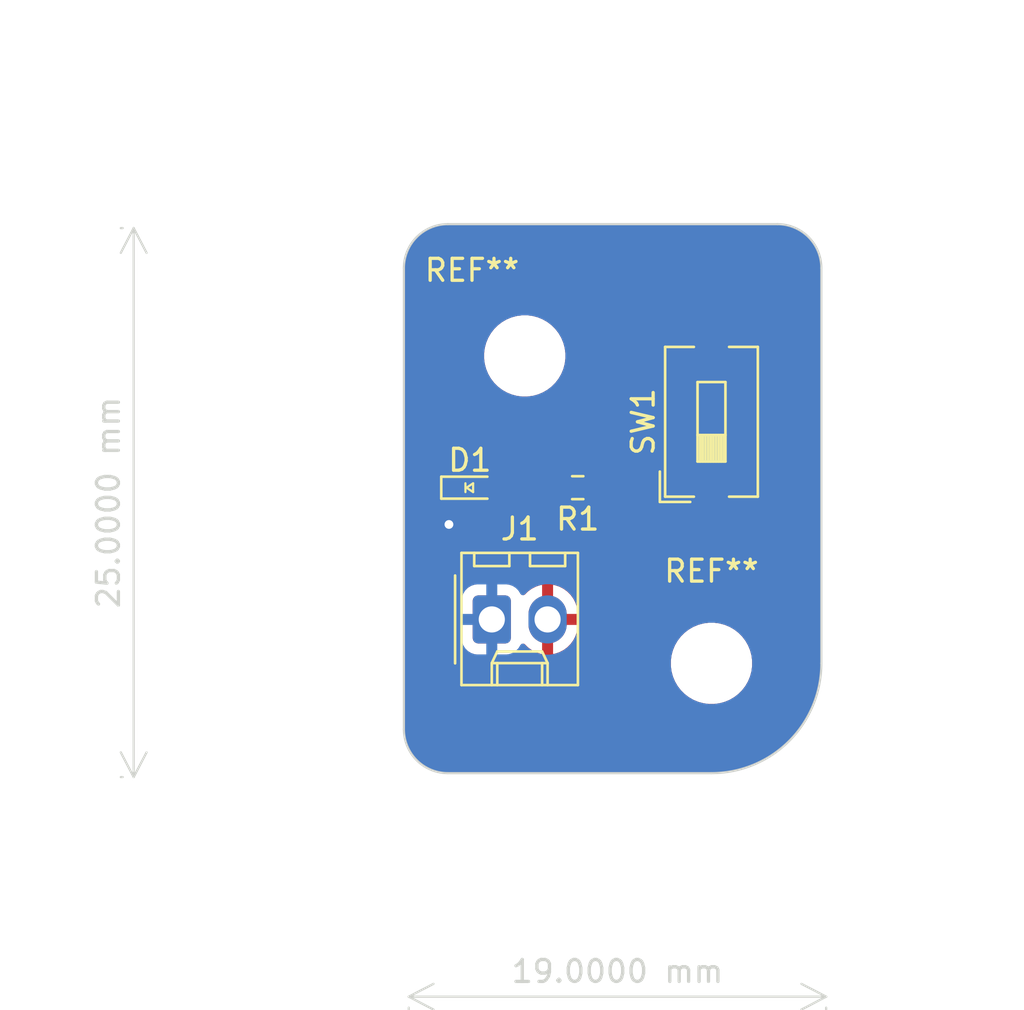
<source format=kicad_pcb>
(kicad_pcb (version 20240108) (generator "pcbnew") (generator_version "8.0")
  (title_block (title "Onboarding 1") (rev "1.0") (company "Illini Solar Car") (comment 1 "Ryan Yang"))
  (layers (0 "F.Cu" signal) (31 "B.Cu" signal) (34 "B.Paste" user) (35 "F.Paste" user) (36 "B.SilkS" user "B.Silkscreen") (37 "F.SilkS" user "F.Silkscreen") (38 "B.Mask" user) (39 "F.Mask" user) (44 "Edge.Cuts" user))
  (net 0 "")
  (net 1 "GND")
  (net 2 "Net-(D1-A)")
  (net 3 "Net-(R1-Pad1)")
  (net 4 "+3V3")
  (footprint "Button_Switch_SMD:SW_DIP_SPSTx01_Slide_6.7x4.1mm_W8.61mm_P2.54mm_LowProfile" (layer "F.Cu") (at 65 68 90)
    (property "Reference" "SW1" (at 0 -3.11 90) (layer "F.SilkS"))
    (property "Value" "SW_Push" (hide yes))
    (fp_line (start -3.65 -2.35) (end -2.267 -2.35) (stroke (width 0.12)) (layer "F.SilkS"))
    (fp_line (start -3.65 -2.35) (end -3.65 -0.967) (stroke (width 0.12)) (layer "F.SilkS"))
    (fp_line (start 3.41 -2.11) (end 3.41 -0.8) (stroke (width 0.12)) (layer "F.SilkS"))
    (fp_line (start -3.41 -2.11) (end 3.41 -2.11) (stroke (width 0.12)) (layer "F.SilkS"))
    (fp_line (start -3.41 -2.11) (end -3.41 -0.8) (stroke (width 0.12)) (layer "F.SilkS"))
    (fp_line (start 1.81 -0.635) (end -1.81 -0.635) (stroke (width 0.12)) (layer "F.SilkS"))
    (fp_line (start -0.603333 -0.635) (end -0.603333 0.635) (stroke (width 0.12)) (layer "F.SilkS"))
    (fp_line (start -1.81 -0.635) (end -1.81 0.635) (stroke (width 0.12)) (layer "F.SilkS"))
    (fp_line (start -1.81 -0.515) (end -0.603333 -0.515) (stroke (width 0.12)) (layer "F.SilkS"))
    (fp_line (start -1.81 -0.395) (end -0.603333 -0.395) (stroke (width 0.12)) (layer "F.SilkS"))
    (fp_line (start -1.81 -0.275) (end -0.603333 -0.275) (stroke (width 0.12)) (layer "F.SilkS"))
    (fp_line (start -1.81 -0.155) (end -0.603333 -0.155) (stroke (width 0.12)) (layer "F.SilkS"))
    (fp_line (start -1.81 -0.035) (end -0.603333 -0.035) (stroke (width 0.12)) (layer "F.SilkS"))
    (fp_line (start -1.81 0.085) (end -0.603333 0.085) (stroke (width 0.12)) (layer "F.SilkS"))
    (fp_line (start -1.81 0.205) (end -0.603333 0.205) (stroke (width 0.12)) (layer "F.SilkS"))
    (fp_line (start -1.81 0.325) (end -0.603333 0.325) (stroke (width 0.12)) (layer "F.SilkS"))
    (fp_line (start -1.81 0.445) (end -0.603333 0.445) (stroke (width 0.12)) (layer "F.SilkS"))
    (fp_line (start -1.81 0.565) (end -0.603333 0.565) (stroke (width 0.12)) (layer "F.SilkS"))
    (fp_line (start 1.81 0.635) (end 1.81 -0.635) (stroke (width 0.12)) (layer "F.SilkS"))
    (fp_line (start -1.81 0.635) (end 1.81 0.635) (stroke (width 0.12)) (layer "F.SilkS"))
    (fp_line (start 3.41 0.8) (end 3.41 2.11) (stroke (width 0.12)) (layer "F.SilkS"))
    (fp_line (start -3.41 0.8) (end -3.41 2.11) (stroke (width 0.12)) (layer "F.SilkS"))
    (fp_line (start -3.41 2.11) (end 3.41 2.11) (stroke (width 0.12)) (layer "F.SilkS"))
    (pad "1" smd rect (at -4.305 0 90) (size 2.44 1.12) (layers "F.Cu" "F.Paste" "F.Mask") (net 4 "+3V3"))
    (pad "2" smd rect (at 4.305 0 90) (size 2.44 1.12) (layers "F.Cu" "F.Paste" "F.Mask") (net 3 "Net-(R1-Pad1)"))
  )
  (footprint "MountingHole:MountingHole_3.2mm_M3" (layer "F.Cu") (at 65 79)
    (property "Reference" "REF**" (at 0 -4.2 0) (layer "F.SilkS"))
    (property "Value" "MountingHole_3.2mm_M3" (hide yes))
    (pad "" np_thru_hole circle (at 0 0) (size 3.2 3.2) (drill 3.2) (layers "F&B.Cu" "*.Mask"))
  )
  (footprint "layout:LED_0603_Symbol_on_F.SilkS" (layer "F.Cu") (at 54 71)
    (property "Reference" "D1" (at 0 -1.25 0) (layer "F.SilkS"))
    (property "Value" "LED_RED" (hide yes))
    (fp_line (start -1.3 -0.5) (end -1.3 0.5) (stroke (width 0.12)) (layer "F.SilkS"))
    (fp_line (start -1.3 -0.5) (end 0.8 -0.5) (stroke (width 0.12)) (layer "F.SilkS"))
    (fp_line (start -1.3 0.5) (end 0.8 0.5) (stroke (width 0.12)) (layer "F.SilkS"))
    (fp_line (start -0.2 -0.2) (end -0.2 0.2) (stroke (width 0.1)) (layer "F.SilkS"))
    (fp_line (start -0.15 0) (end 0.15 -0.2) (stroke (width 0.1)) (layer "F.SilkS"))
    (fp_line (start 0.15 -0.2) (end 0.15 0.2) (stroke (width 0.1)) (layer "F.SilkS"))
    (fp_line (start 0.15 0.2) (end -0.15 0) (stroke (width 0.1)) (layer "F.SilkS"))
    (pad "1" smd rect (at -0.8 0 180) (size 0.8 0.8) (layers "F.Cu" "F.Paste" "F.Mask") (net 1 "GND"))
    (pad "2" smd rect (at 0.8 0 180) (size 0.8 0.8) (layers "F.Cu" "F.Paste" "F.Mask") (net 2 "Net-(D1-A)") (clearance 0.18))
  )
  (footprint "Resistor_SMD:R_0603_1608Metric_Pad0.98x0.95mm_HandSolder" (layer "F.Cu") (at 58.9125 71 180)
    (property "Reference" "R1" (at 0 -1.43 0) (layer "F.SilkS"))
    (property "Value" "R_US" (hide yes))
    (fp_line (start -0.254724 0.5225) (end 0.254724 0.5225) (stroke (width 0.12)) (layer "F.SilkS"))
    (fp_line (start -0.254724 -0.5225) (end 0.254724 -0.5225) (stroke (width 0.12)) (layer "F.SilkS"))
    (pad "1" smd roundrect (at -0.9125 0 180) (size 0.975 0.95) (layers "F.Cu" "F.Paste" "F.Mask") (net 3 "Net-(R1-Pad1)") (clearance 0.18))
    (pad "2" smd roundrect (at 0.9125 0 180) (size 0.975 0.95) (layers "F.Cu" "F.Paste" "F.Mask") (net 2 "Net-(D1-A)"))
  )
  (footprint "MountingHole:MountingHole_3.2mm_M3" (layer "F.Cu") (at 56.5 65)
    (property "Reference" "REF**" (at -2.4 -3.9 0) (layer "F.SilkS"))
    (property "Value" "MountingHole_3.2mm_M3" (hide yes))
    (pad "" np_thru_hole circle (at 0 0) (size 3.2 3.2) (drill 3.2) (layers "*.Cu" "*.Mask"))
  )
  (footprint "Connector_Molex:Molex_KK-254_AE-6410-02A_1x02_P2.54mm_Vertical" (layer "F.Cu") (at 55 77)
    (property "Reference" "J1" (at 1.27 -4.12 0) (layer "F.SilkS"))
    (property "Value" "Conn_01x02" (hide yes))
    (fp_line (start -1.67 -2) (end -1.67 2) (stroke (width 0.12)) (layer "F.SilkS"))
    (fp_line (start -1.38 -3.03) (end -1.38 2.99) (stroke (width 0.12)) (layer "F.SilkS"))
    (fp_line (start -1.38 2.99) (end 3.92 2.99) (stroke (width 0.12)) (layer "F.SilkS"))
    (fp_line (start -0.8 -3.03) (end -0.8 -2.43) (stroke (width 0.12)) (layer "F.SilkS"))
    (fp_line (start -0.8 -2.43) (end 0.8 -2.43) (stroke (width 0.12)) (layer "F.SilkS"))
    (fp_line (start 0 1.99) (end 0.25 1.46) (stroke (width 0.12)) (layer "F.SilkS"))
    (fp_line (start 0 1.99) (end 2.54 1.99) (stroke (width 0.12)) (layer "F.SilkS"))
    (fp_line (start 0 2.99) (end 0 1.99) (stroke (width 0.12)) (layer "F.SilkS"))
    (fp_line (start 0.25 1.46) (end 2.29 1.46) (stroke (width 0.12)) (layer "F.SilkS"))
    (fp_line (start 0.25 2.99) (end 0.25 1.99) (stroke (width 0.12)) (layer "F.SilkS"))
    (fp_line (start 0.8 -2.43) (end 0.8 -3.03) (stroke (width 0.12)) (layer "F.SilkS"))
    (fp_line (start 1.74 -3.03) (end 1.74 -2.43) (stroke (width 0.12)) (layer "F.SilkS"))
    (fp_line (start 1.74 -2.43) (end 3.34 -2.43) (stroke (width 0.12)) (layer "F.SilkS"))
    (fp_line (start 2.29 1.46) (end 2.54 1.99) (stroke (width 0.12)) (layer "F.SilkS"))
    (fp_line (start 2.29 2.99) (end 2.29 1.99) (stroke (width 0.12)) (layer "F.SilkS"))
    (fp_line (start 2.54 1.99) (end 2.54 2.99) (stroke (width 0.12)) (layer "F.SilkS"))
    (fp_line (start 3.34 -2.43) (end 3.34 -3.03) (stroke (width 0.12)) (layer "F.SilkS"))
    (fp_line (start 3.92 -3.03) (end -1.38 -3.03) (stroke (width 0.12)) (layer "F.SilkS"))
    (fp_line (start 3.92 2.99) (end 3.92 -3.03) (stroke (width 0.12)) (layer "F.SilkS"))
    (pad "1" thru_hole roundrect (at 0 0) (size 1.74 2.19) (drill 1.19) (layers "*.Cu" "*.Mask") (roundrect_rratio 0.143678) (net 1 "GND"))
    (pad "2" thru_hole oval (at 2.54 0) (size 1.74 2.19) (drill 1.19) (layers "*.Cu" "*.Mask") (net 4 "+3V3"))
  )
  (gr_arc (start 68 59) (mid 69.414214 59.585786) (end 70 61) (stroke (width 0.1)) (layer "Edge.Cuts"))
  (gr_arc (start 51 61) (mid 51.585786 59.585786) (end 53 59) (stroke (width 0.1)) (layer "Edge.Cuts"))
  (gr_line (start 53 59) (end 68 59) (stroke (width 0.1)) (layer "Edge.Cuts"))
  (gr_line (start 51 82) (end 51 61) (stroke (width 0.1)) (layer "Edge.Cuts"))
  (gr_arc (start 53 84) (mid 51.585786 83.414214) (end 51 82) (stroke (width 0.1)) (layer "Edge.Cuts"))
  (gr_line (start 53 84) (end 65 84) (stroke (width 0.1)) (layer "Edge.Cuts"))
  (gr_arc (start 70 79) (mid 68.535534 82.535534) (end 65 84) (stroke (width 0.1)) (layer "Edge.Cuts"))
  (gr_line (start 70 61) (end 70 79) (stroke (width 0.1)) (layer "Edge.Cuts"))
  (dimension (type aligned) (layer "Edge.Cuts") (pts (xy 70.22 94.18) (xy 51.22 94.18)) (height 0) (gr_text "19.0000 mm" (at 60.72 93.03 0) (layer "Edge.Cuts") (effects (font (size 1 1) (thickness 0.15)))) (format (prefix "") (suffix "") (units 3) (units_format 1) (precision 4)) (style (thickness 0.1) (arrow_length 1.27) (text_position_mode 0) (extension_height 0.58642) (extension_offset 0.5) keep_text_aligned))
  (dimension (type aligned) (layer "Edge.Cuts") (pts (xy 38.7 84.18) (xy 38.7 59.18)) (height 0) (gr_text "25.0000 mm" (at 37.55 71.68 90) (layer "Edge.Cuts") (effects (font (size 1 1) (thickness 0.15)))) (format (prefix "") (suffix "") (units 3) (units_format 1) (precision 4)) (style (thickness 0.1) (arrow_length 1.27) (text_position_mode 0) (extension_height 0.58642) (extension_offset 0.5) keep_text_aligned))
  (segment (start 53.2 72.525) (end 53.05 72.675) (width 0.25) (layer "F.Cu") (net 1))
  (segment (start 53.2 71) (end 53.2 72.525) (width 0.25) (layer "F.Cu") (net 1))
  (via (at 53.05 72.675) (size 0.8) (drill 0.4) (layers "F.Cu" "B.Cu") (net 1))
  (segment (start 54.8 71) (end 58 71) (width 0.25) (layer "F.Cu") (net 2))
  (segment (start 63.305 63.695) (end 65 63.695) (width 0.25) (layer "F.Cu") (net 3))
  (segment (start 59.825 67.335) (end 61.4 65.76) (width 0.25) (layer "F.Cu") (net 3))
  (segment (start 63 64) (end 63.305 63.695) (width 0.25) (layer "F.Cu") (net 3))
  (segment (start 62 64) (end 63 64) (width 0.25) (layer "F.Cu") (net 3))
  (segment (start 65 63.695) (end 65 63.625) (width 0.25) (layer "F.Cu") (net 3))
  (segment (start 65 63.695) (end 65 63.598604) (width 0.25) (layer "F.Cu") (net 3))
  (segment (start 65 63.625) (end 64.95 63.575) (width 0.25) (layer "F.Cu") (net 3))
  (segment (start 61.4 64.6) (end 62 64) (width 0.25) (layer "F.Cu") (net 3))
  (segment (start 61.4 65.76) (end 61.4 64.6) (width 0.25) (layer "F.Cu") (net 3))
  (segment (start 59.825 71) (end 59.825 67.335) (width 0.25) (layer "F.Cu") (net 3))
  (zone (net 4) (net_name "+3V3") (layer "F.Cu") (connect_pads (clearance 0.508)) (min_thickness 0.25) (fill yes (thermal_gap 0.5) (thermal_bridge_width 0.5))
    (polygon (pts (xy 51 59) (xy 70 59) (xy 70 84) (xy 51 84)))
  )
  (zone (net 1) (net_name "GND") (layer "B.Cu") (priority 1) (connect_pads (clearance 0.508)) (min_thickness 0.25) (fill yes (thermal_gap 0.5) (thermal_bridge_width 0.5))
    (polygon (pts (xy 51 59) (xy 70 59) (xy 70 84) (xy 51 84)))
  )
)
</source>
